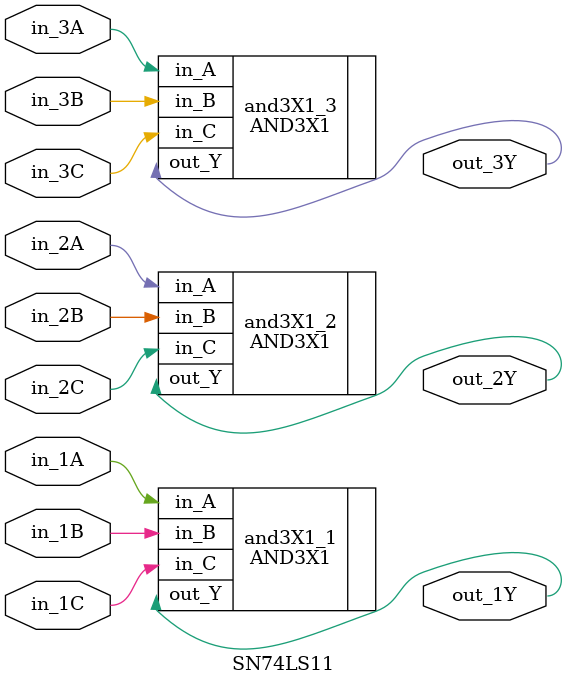
<source format=v>
`timescale 1ns / 1ps

module SN74LS11 (
    //port list
    in_1A,
    in_1B,
    in_1C,
    in_2A,
    in_2B,
    in_2C,
    in_3A,
    in_3B,
    in_3C,
    out_1Y,
    out_2Y,
    out_3Y
);
//port declaration
input in_1A;
input in_1B;
input in_1C;
input in_2A;
input in_2B;
input in_2C;
input in_3A;
input in_3B;
input in_3C;
output out_1Y;
output out_2Y;
output out_3Y;

//modeling
AND3X1 and3X1_1 (.in_A(in_1A),
                 .in_B(in_1B),
                 .in_C(in_1C),
                 .out_Y(out_1Y)
                );

AND3X1 and3X1_2 (.in_A(in_2A),
                 .in_B(in_2B),
                 .in_C(in_2C),
                 .out_Y(out_2Y)
                );

AND3X1 and3X1_3 (.in_A(in_3A),
                 .in_B(in_3B),
                 .in_C(in_3C),
                 .out_Y(out_3Y)
                );

endmodule


</source>
